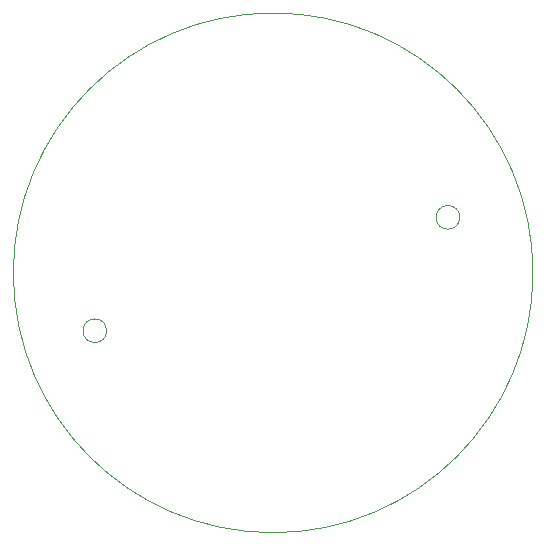
<source format=gbr>
%TF.GenerationSoftware,KiCad,Pcbnew,5.1.8-1.fc33*%
%TF.CreationDate,2020-12-06T10:48:02+01:00*%
%TF.ProjectId,lightring,6c696768-7472-4696-9e67-2e6b69636164,rev?*%
%TF.SameCoordinates,Original*%
%TF.FileFunction,Profile,NP*%
%FSLAX46Y46*%
G04 Gerber Fmt 4.6, Leading zero omitted, Abs format (unit mm)*
G04 Created by KiCad (PCBNEW 5.1.8-1.fc33) date 2020-12-06 10:48:02*
%MOMM*%
%LPD*%
G01*
G04 APERTURE LIST*
%TA.AperFunction,Profile*%
%ADD10C,0.050000*%
%TD*%
G04 APERTURE END LIST*
D10*
X185800000Y-75300000D02*
G75*
G03*
X185800000Y-75300000I-1000000J0D01*
G01*
X155900000Y-84900000D02*
G75*
G03*
X155900000Y-84900000I-1000000J0D01*
G01*
X192000000Y-80000000D02*
G75*
G03*
X192000000Y-80000000I-22000000J0D01*
G01*
M02*

</source>
